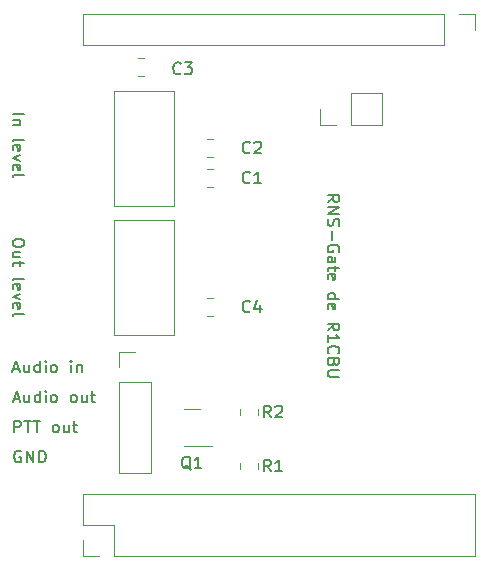
<source format=gto>
G04 #@! TF.GenerationSoftware,KiCad,Pcbnew,6.0.11*
G04 #@! TF.CreationDate,2025-10-14T23:18:51+03:00*
G04 #@! TF.ProjectId,rns-gate,726e732d-6761-4746-952e-6b696361645f,rev?*
G04 #@! TF.SameCoordinates,Original*
G04 #@! TF.FileFunction,Legend,Top*
G04 #@! TF.FilePolarity,Positive*
%FSLAX46Y46*%
G04 Gerber Fmt 4.6, Leading zero omitted, Abs format (unit mm)*
G04 Created by KiCad (PCBNEW 6.0.11) date 2025-10-14 23:18:51*
%MOMM*%
%LPD*%
G01*
G04 APERTURE LIST*
%ADD10C,0.150000*%
%ADD11C,0.120000*%
G04 APERTURE END LIST*
D10*
X164377619Y-70175809D02*
X164377619Y-70366285D01*
X164330000Y-70461523D01*
X164234761Y-70556761D01*
X164044285Y-70604380D01*
X163710952Y-70604380D01*
X163520476Y-70556761D01*
X163425238Y-70461523D01*
X163377619Y-70366285D01*
X163377619Y-70175809D01*
X163425238Y-70080571D01*
X163520476Y-69985333D01*
X163710952Y-69937714D01*
X164044285Y-69937714D01*
X164234761Y-69985333D01*
X164330000Y-70080571D01*
X164377619Y-70175809D01*
X164044285Y-71461523D02*
X163377619Y-71461523D01*
X164044285Y-71032952D02*
X163520476Y-71032952D01*
X163425238Y-71080571D01*
X163377619Y-71175809D01*
X163377619Y-71318666D01*
X163425238Y-71413904D01*
X163472857Y-71461523D01*
X164044285Y-71794857D02*
X164044285Y-72175809D01*
X164377619Y-71937714D02*
X163520476Y-71937714D01*
X163425238Y-71985333D01*
X163377619Y-72080571D01*
X163377619Y-72175809D01*
X163377619Y-73413904D02*
X163425238Y-73318666D01*
X163520476Y-73271047D01*
X164377619Y-73271047D01*
X163425238Y-74175809D02*
X163377619Y-74080571D01*
X163377619Y-73890095D01*
X163425238Y-73794857D01*
X163520476Y-73747238D01*
X163901428Y-73747238D01*
X163996666Y-73794857D01*
X164044285Y-73890095D01*
X164044285Y-74080571D01*
X163996666Y-74175809D01*
X163901428Y-74223428D01*
X163806190Y-74223428D01*
X163710952Y-73747238D01*
X164044285Y-74556761D02*
X163377619Y-74794857D01*
X164044285Y-75032952D01*
X163425238Y-75794857D02*
X163377619Y-75699619D01*
X163377619Y-75509142D01*
X163425238Y-75413904D01*
X163520476Y-75366285D01*
X163901428Y-75366285D01*
X163996666Y-75413904D01*
X164044285Y-75509142D01*
X164044285Y-75699619D01*
X163996666Y-75794857D01*
X163901428Y-75842476D01*
X163806190Y-75842476D01*
X163710952Y-75366285D01*
X163377619Y-76413904D02*
X163425238Y-76318666D01*
X163520476Y-76271047D01*
X164377619Y-76271047D01*
X163377619Y-59380761D02*
X164377619Y-59380761D01*
X164044285Y-59856952D02*
X163377619Y-59856952D01*
X163949047Y-59856952D02*
X163996666Y-59904571D01*
X164044285Y-59999809D01*
X164044285Y-60142666D01*
X163996666Y-60237904D01*
X163901428Y-60285523D01*
X163377619Y-60285523D01*
X163377619Y-61666476D02*
X163425238Y-61571238D01*
X163520476Y-61523619D01*
X164377619Y-61523619D01*
X163425238Y-62428380D02*
X163377619Y-62333142D01*
X163377619Y-62142666D01*
X163425238Y-62047428D01*
X163520476Y-61999809D01*
X163901428Y-61999809D01*
X163996666Y-62047428D01*
X164044285Y-62142666D01*
X164044285Y-62333142D01*
X163996666Y-62428380D01*
X163901428Y-62476000D01*
X163806190Y-62476000D01*
X163710952Y-61999809D01*
X164044285Y-62809333D02*
X163377619Y-63047428D01*
X164044285Y-63285523D01*
X163425238Y-64047428D02*
X163377619Y-63952190D01*
X163377619Y-63761714D01*
X163425238Y-63666476D01*
X163520476Y-63618857D01*
X163901428Y-63618857D01*
X163996666Y-63666476D01*
X164044285Y-63761714D01*
X164044285Y-63952190D01*
X163996666Y-64047428D01*
X163901428Y-64095047D01*
X163806190Y-64095047D01*
X163710952Y-63618857D01*
X163377619Y-64666476D02*
X163425238Y-64571238D01*
X163520476Y-64523619D01*
X164377619Y-64523619D01*
X164084095Y-87892000D02*
X163988857Y-87844380D01*
X163846000Y-87844380D01*
X163703142Y-87892000D01*
X163607904Y-87987238D01*
X163560285Y-88082476D01*
X163512666Y-88272952D01*
X163512666Y-88415809D01*
X163560285Y-88606285D01*
X163607904Y-88701523D01*
X163703142Y-88796761D01*
X163846000Y-88844380D01*
X163941238Y-88844380D01*
X164084095Y-88796761D01*
X164131714Y-88749142D01*
X164131714Y-88415809D01*
X163941238Y-88415809D01*
X164560285Y-88844380D02*
X164560285Y-87844380D01*
X165131714Y-88844380D01*
X165131714Y-87844380D01*
X165607904Y-88844380D02*
X165607904Y-87844380D01*
X165846000Y-87844380D01*
X165988857Y-87892000D01*
X166084095Y-87987238D01*
X166131714Y-88082476D01*
X166179333Y-88272952D01*
X166179333Y-88415809D01*
X166131714Y-88606285D01*
X166084095Y-88701523D01*
X165988857Y-88796761D01*
X165846000Y-88844380D01*
X165607904Y-88844380D01*
X163465238Y-80938666D02*
X163941428Y-80938666D01*
X163370000Y-81224380D02*
X163703333Y-80224380D01*
X164036666Y-81224380D01*
X164798571Y-80557714D02*
X164798571Y-81224380D01*
X164370000Y-80557714D02*
X164370000Y-81081523D01*
X164417619Y-81176761D01*
X164512857Y-81224380D01*
X164655714Y-81224380D01*
X164750952Y-81176761D01*
X164798571Y-81129142D01*
X165703333Y-81224380D02*
X165703333Y-80224380D01*
X165703333Y-81176761D02*
X165608095Y-81224380D01*
X165417619Y-81224380D01*
X165322380Y-81176761D01*
X165274761Y-81129142D01*
X165227142Y-81033904D01*
X165227142Y-80748190D01*
X165274761Y-80652952D01*
X165322380Y-80605333D01*
X165417619Y-80557714D01*
X165608095Y-80557714D01*
X165703333Y-80605333D01*
X166179523Y-81224380D02*
X166179523Y-80557714D01*
X166179523Y-80224380D02*
X166131904Y-80272000D01*
X166179523Y-80319619D01*
X166227142Y-80272000D01*
X166179523Y-80224380D01*
X166179523Y-80319619D01*
X166798571Y-81224380D02*
X166703333Y-81176761D01*
X166655714Y-81129142D01*
X166608095Y-81033904D01*
X166608095Y-80748190D01*
X166655714Y-80652952D01*
X166703333Y-80605333D01*
X166798571Y-80557714D01*
X166941428Y-80557714D01*
X167036666Y-80605333D01*
X167084285Y-80652952D01*
X167131904Y-80748190D01*
X167131904Y-81033904D01*
X167084285Y-81129142D01*
X167036666Y-81176761D01*
X166941428Y-81224380D01*
X166798571Y-81224380D01*
X168322380Y-81224380D02*
X168322380Y-80557714D01*
X168322380Y-80224380D02*
X168274761Y-80272000D01*
X168322380Y-80319619D01*
X168370000Y-80272000D01*
X168322380Y-80224380D01*
X168322380Y-80319619D01*
X168798571Y-80557714D02*
X168798571Y-81224380D01*
X168798571Y-80652952D02*
X168846190Y-80605333D01*
X168941428Y-80557714D01*
X169084285Y-80557714D01*
X169179523Y-80605333D01*
X169227142Y-80700571D01*
X169227142Y-81224380D01*
X190047619Y-66794952D02*
X190523809Y-66461619D01*
X190047619Y-66223523D02*
X191047619Y-66223523D01*
X191047619Y-66604476D01*
X191000000Y-66699714D01*
X190952380Y-66747333D01*
X190857142Y-66794952D01*
X190714285Y-66794952D01*
X190619047Y-66747333D01*
X190571428Y-66699714D01*
X190523809Y-66604476D01*
X190523809Y-66223523D01*
X190047619Y-67223523D02*
X191047619Y-67223523D01*
X190047619Y-67794952D01*
X191047619Y-67794952D01*
X190095238Y-68223523D02*
X190047619Y-68366380D01*
X190047619Y-68604476D01*
X190095238Y-68699714D01*
X190142857Y-68747333D01*
X190238095Y-68794952D01*
X190333333Y-68794952D01*
X190428571Y-68747333D01*
X190476190Y-68699714D01*
X190523809Y-68604476D01*
X190571428Y-68414000D01*
X190619047Y-68318761D01*
X190666666Y-68271142D01*
X190761904Y-68223523D01*
X190857142Y-68223523D01*
X190952380Y-68271142D01*
X191000000Y-68318761D01*
X191047619Y-68414000D01*
X191047619Y-68652095D01*
X191000000Y-68794952D01*
X190428571Y-69223523D02*
X190428571Y-69985428D01*
X191000000Y-70985428D02*
X191047619Y-70890190D01*
X191047619Y-70747333D01*
X191000000Y-70604476D01*
X190904761Y-70509238D01*
X190809523Y-70461619D01*
X190619047Y-70414000D01*
X190476190Y-70414000D01*
X190285714Y-70461619D01*
X190190476Y-70509238D01*
X190095238Y-70604476D01*
X190047619Y-70747333D01*
X190047619Y-70842571D01*
X190095238Y-70985428D01*
X190142857Y-71033047D01*
X190476190Y-71033047D01*
X190476190Y-70842571D01*
X190047619Y-71890190D02*
X190571428Y-71890190D01*
X190666666Y-71842571D01*
X190714285Y-71747333D01*
X190714285Y-71556857D01*
X190666666Y-71461619D01*
X190095238Y-71890190D02*
X190047619Y-71794952D01*
X190047619Y-71556857D01*
X190095238Y-71461619D01*
X190190476Y-71414000D01*
X190285714Y-71414000D01*
X190380952Y-71461619D01*
X190428571Y-71556857D01*
X190428571Y-71794952D01*
X190476190Y-71890190D01*
X190714285Y-72223523D02*
X190714285Y-72604476D01*
X191047619Y-72366380D02*
X190190476Y-72366380D01*
X190095238Y-72414000D01*
X190047619Y-72509238D01*
X190047619Y-72604476D01*
X190095238Y-73318761D02*
X190047619Y-73223523D01*
X190047619Y-73033047D01*
X190095238Y-72937809D01*
X190190476Y-72890190D01*
X190571428Y-72890190D01*
X190666666Y-72937809D01*
X190714285Y-73033047D01*
X190714285Y-73223523D01*
X190666666Y-73318761D01*
X190571428Y-73366380D01*
X190476190Y-73366380D01*
X190380952Y-72890190D01*
X190047619Y-74985428D02*
X191047619Y-74985428D01*
X190095238Y-74985428D02*
X190047619Y-74890190D01*
X190047619Y-74699714D01*
X190095238Y-74604476D01*
X190142857Y-74556857D01*
X190238095Y-74509238D01*
X190523809Y-74509238D01*
X190619047Y-74556857D01*
X190666666Y-74604476D01*
X190714285Y-74699714D01*
X190714285Y-74890190D01*
X190666666Y-74985428D01*
X190095238Y-75842571D02*
X190047619Y-75747333D01*
X190047619Y-75556857D01*
X190095238Y-75461619D01*
X190190476Y-75414000D01*
X190571428Y-75414000D01*
X190666666Y-75461619D01*
X190714285Y-75556857D01*
X190714285Y-75747333D01*
X190666666Y-75842571D01*
X190571428Y-75890190D01*
X190476190Y-75890190D01*
X190380952Y-75414000D01*
X190047619Y-77652095D02*
X190523809Y-77318761D01*
X190047619Y-77080666D02*
X191047619Y-77080666D01*
X191047619Y-77461619D01*
X191000000Y-77556857D01*
X190952380Y-77604476D01*
X190857142Y-77652095D01*
X190714285Y-77652095D01*
X190619047Y-77604476D01*
X190571428Y-77556857D01*
X190523809Y-77461619D01*
X190523809Y-77080666D01*
X190047619Y-78604476D02*
X190047619Y-78033047D01*
X190047619Y-78318761D02*
X191047619Y-78318761D01*
X190904761Y-78223523D01*
X190809523Y-78128285D01*
X190761904Y-78033047D01*
X190142857Y-79604476D02*
X190095238Y-79556857D01*
X190047619Y-79414000D01*
X190047619Y-79318761D01*
X190095238Y-79175904D01*
X190190476Y-79080666D01*
X190285714Y-79033047D01*
X190476190Y-78985428D01*
X190619047Y-78985428D01*
X190809523Y-79033047D01*
X190904761Y-79080666D01*
X191000000Y-79175904D01*
X191047619Y-79318761D01*
X191047619Y-79414000D01*
X191000000Y-79556857D01*
X190952380Y-79604476D01*
X190571428Y-80366380D02*
X190523809Y-80509238D01*
X190476190Y-80556857D01*
X190380952Y-80604476D01*
X190238095Y-80604476D01*
X190142857Y-80556857D01*
X190095238Y-80509238D01*
X190047619Y-80414000D01*
X190047619Y-80033047D01*
X191047619Y-80033047D01*
X191047619Y-80366380D01*
X191000000Y-80461619D01*
X190952380Y-80509238D01*
X190857142Y-80556857D01*
X190761904Y-80556857D01*
X190666666Y-80509238D01*
X190619047Y-80461619D01*
X190571428Y-80366380D01*
X190571428Y-80033047D01*
X191047619Y-81033047D02*
X190238095Y-81033047D01*
X190142857Y-81080666D01*
X190095238Y-81128285D01*
X190047619Y-81223523D01*
X190047619Y-81414000D01*
X190095238Y-81509238D01*
X190142857Y-81556857D01*
X190238095Y-81604476D01*
X191047619Y-81604476D01*
X163520761Y-86304380D02*
X163520761Y-85304380D01*
X163901714Y-85304380D01*
X163996952Y-85352000D01*
X164044571Y-85399619D01*
X164092190Y-85494857D01*
X164092190Y-85637714D01*
X164044571Y-85732952D01*
X163996952Y-85780571D01*
X163901714Y-85828190D01*
X163520761Y-85828190D01*
X164377904Y-85304380D02*
X164949333Y-85304380D01*
X164663619Y-86304380D02*
X164663619Y-85304380D01*
X165139809Y-85304380D02*
X165711238Y-85304380D01*
X165425523Y-86304380D02*
X165425523Y-85304380D01*
X166949333Y-86304380D02*
X166854095Y-86256761D01*
X166806476Y-86209142D01*
X166758857Y-86113904D01*
X166758857Y-85828190D01*
X166806476Y-85732952D01*
X166854095Y-85685333D01*
X166949333Y-85637714D01*
X167092190Y-85637714D01*
X167187428Y-85685333D01*
X167235047Y-85732952D01*
X167282666Y-85828190D01*
X167282666Y-86113904D01*
X167235047Y-86209142D01*
X167187428Y-86256761D01*
X167092190Y-86304380D01*
X166949333Y-86304380D01*
X168139809Y-85637714D02*
X168139809Y-86304380D01*
X167711238Y-85637714D02*
X167711238Y-86161523D01*
X167758857Y-86256761D01*
X167854095Y-86304380D01*
X167996952Y-86304380D01*
X168092190Y-86256761D01*
X168139809Y-86209142D01*
X168473142Y-85637714D02*
X168854095Y-85637714D01*
X168616000Y-85304380D02*
X168616000Y-86161523D01*
X168663619Y-86256761D01*
X168758857Y-86304380D01*
X168854095Y-86304380D01*
X163473238Y-83478666D02*
X163949428Y-83478666D01*
X163378000Y-83764380D02*
X163711333Y-82764380D01*
X164044666Y-83764380D01*
X164806571Y-83097714D02*
X164806571Y-83764380D01*
X164378000Y-83097714D02*
X164378000Y-83621523D01*
X164425619Y-83716761D01*
X164520857Y-83764380D01*
X164663714Y-83764380D01*
X164758952Y-83716761D01*
X164806571Y-83669142D01*
X165711333Y-83764380D02*
X165711333Y-82764380D01*
X165711333Y-83716761D02*
X165616095Y-83764380D01*
X165425619Y-83764380D01*
X165330380Y-83716761D01*
X165282761Y-83669142D01*
X165235142Y-83573904D01*
X165235142Y-83288190D01*
X165282761Y-83192952D01*
X165330380Y-83145333D01*
X165425619Y-83097714D01*
X165616095Y-83097714D01*
X165711333Y-83145333D01*
X166187523Y-83764380D02*
X166187523Y-83097714D01*
X166187523Y-82764380D02*
X166139904Y-82812000D01*
X166187523Y-82859619D01*
X166235142Y-82812000D01*
X166187523Y-82764380D01*
X166187523Y-82859619D01*
X166806571Y-83764380D02*
X166711333Y-83716761D01*
X166663714Y-83669142D01*
X166616095Y-83573904D01*
X166616095Y-83288190D01*
X166663714Y-83192952D01*
X166711333Y-83145333D01*
X166806571Y-83097714D01*
X166949428Y-83097714D01*
X167044666Y-83145333D01*
X167092285Y-83192952D01*
X167139904Y-83288190D01*
X167139904Y-83573904D01*
X167092285Y-83669142D01*
X167044666Y-83716761D01*
X166949428Y-83764380D01*
X166806571Y-83764380D01*
X168473238Y-83764380D02*
X168378000Y-83716761D01*
X168330380Y-83669142D01*
X168282761Y-83573904D01*
X168282761Y-83288190D01*
X168330380Y-83192952D01*
X168378000Y-83145333D01*
X168473238Y-83097714D01*
X168616095Y-83097714D01*
X168711333Y-83145333D01*
X168758952Y-83192952D01*
X168806571Y-83288190D01*
X168806571Y-83573904D01*
X168758952Y-83669142D01*
X168711333Y-83716761D01*
X168616095Y-83764380D01*
X168473238Y-83764380D01*
X169663714Y-83097714D02*
X169663714Y-83764380D01*
X169235142Y-83097714D02*
X169235142Y-83621523D01*
X169282761Y-83716761D01*
X169378000Y-83764380D01*
X169520857Y-83764380D01*
X169616095Y-83716761D01*
X169663714Y-83669142D01*
X169997047Y-83097714D02*
X170378000Y-83097714D01*
X170139904Y-82764380D02*
X170139904Y-83621523D01*
X170187523Y-83716761D01*
X170282761Y-83764380D01*
X170378000Y-83764380D01*
G04 #@! TO.C,R2*
X185253333Y-85034380D02*
X184920000Y-84558190D01*
X184681904Y-85034380D02*
X184681904Y-84034380D01*
X185062857Y-84034380D01*
X185158095Y-84082000D01*
X185205714Y-84129619D01*
X185253333Y-84224857D01*
X185253333Y-84367714D01*
X185205714Y-84462952D01*
X185158095Y-84510571D01*
X185062857Y-84558190D01*
X184681904Y-84558190D01*
X185634285Y-84129619D02*
X185681904Y-84082000D01*
X185777142Y-84034380D01*
X186015238Y-84034380D01*
X186110476Y-84082000D01*
X186158095Y-84129619D01*
X186205714Y-84224857D01*
X186205714Y-84320095D01*
X186158095Y-84462952D01*
X185586666Y-85034380D01*
X186205714Y-85034380D01*
G04 #@! TO.C,C4*
X183475333Y-76049142D02*
X183427714Y-76096761D01*
X183284857Y-76144380D01*
X183189619Y-76144380D01*
X183046761Y-76096761D01*
X182951523Y-76001523D01*
X182903904Y-75906285D01*
X182856285Y-75715809D01*
X182856285Y-75572952D01*
X182903904Y-75382476D01*
X182951523Y-75287238D01*
X183046761Y-75192000D01*
X183189619Y-75144380D01*
X183284857Y-75144380D01*
X183427714Y-75192000D01*
X183475333Y-75239619D01*
X184332476Y-75477714D02*
X184332476Y-76144380D01*
X184094380Y-75096761D02*
X183856285Y-75811047D01*
X184475333Y-75811047D01*
G04 #@! TO.C,C1*
X183475333Y-65127142D02*
X183427714Y-65174761D01*
X183284857Y-65222380D01*
X183189619Y-65222380D01*
X183046761Y-65174761D01*
X182951523Y-65079523D01*
X182903904Y-64984285D01*
X182856285Y-64793809D01*
X182856285Y-64650952D01*
X182903904Y-64460476D01*
X182951523Y-64365238D01*
X183046761Y-64270000D01*
X183189619Y-64222380D01*
X183284857Y-64222380D01*
X183427714Y-64270000D01*
X183475333Y-64317619D01*
X184427714Y-65222380D02*
X183856285Y-65222380D01*
X184142000Y-65222380D02*
X184142000Y-64222380D01*
X184046761Y-64365238D01*
X183951523Y-64460476D01*
X183856285Y-64508095D01*
G04 #@! TO.C,R1*
X185253333Y-89606380D02*
X184920000Y-89130190D01*
X184681904Y-89606380D02*
X184681904Y-88606380D01*
X185062857Y-88606380D01*
X185158095Y-88654000D01*
X185205714Y-88701619D01*
X185253333Y-88796857D01*
X185253333Y-88939714D01*
X185205714Y-89034952D01*
X185158095Y-89082571D01*
X185062857Y-89130190D01*
X184681904Y-89130190D01*
X186205714Y-89606380D02*
X185634285Y-89606380D01*
X185920000Y-89606380D02*
X185920000Y-88606380D01*
X185824761Y-88749238D01*
X185729523Y-88844476D01*
X185634285Y-88892095D01*
G04 #@! TO.C,C3*
X177605333Y-55881542D02*
X177557714Y-55929161D01*
X177414857Y-55976780D01*
X177319619Y-55976780D01*
X177176761Y-55929161D01*
X177081523Y-55833923D01*
X177033904Y-55738685D01*
X176986285Y-55548209D01*
X176986285Y-55405352D01*
X177033904Y-55214876D01*
X177081523Y-55119638D01*
X177176761Y-55024400D01*
X177319619Y-54976780D01*
X177414857Y-54976780D01*
X177557714Y-55024400D01*
X177605333Y-55072019D01*
X177938666Y-54976780D02*
X178557714Y-54976780D01*
X178224380Y-55357733D01*
X178367238Y-55357733D01*
X178462476Y-55405352D01*
X178510095Y-55452971D01*
X178557714Y-55548209D01*
X178557714Y-55786304D01*
X178510095Y-55881542D01*
X178462476Y-55929161D01*
X178367238Y-55976780D01*
X178081523Y-55976780D01*
X177986285Y-55929161D01*
X177938666Y-55881542D01*
G04 #@! TO.C,Q1*
X178466761Y-89447619D02*
X178371523Y-89400000D01*
X178276285Y-89304761D01*
X178133428Y-89161904D01*
X178038190Y-89114285D01*
X177942952Y-89114285D01*
X177990571Y-89352380D02*
X177895333Y-89304761D01*
X177800095Y-89209523D01*
X177752476Y-89019047D01*
X177752476Y-88685714D01*
X177800095Y-88495238D01*
X177895333Y-88400000D01*
X177990571Y-88352380D01*
X178181047Y-88352380D01*
X178276285Y-88400000D01*
X178371523Y-88495238D01*
X178419142Y-88685714D01*
X178419142Y-89019047D01*
X178371523Y-89209523D01*
X178276285Y-89304761D01*
X178181047Y-89352380D01*
X177990571Y-89352380D01*
X179371523Y-89352380D02*
X178800095Y-89352380D01*
X179085809Y-89352380D02*
X179085809Y-88352380D01*
X178990571Y-88495238D01*
X178895333Y-88590476D01*
X178800095Y-88638095D01*
G04 #@! TO.C,C2*
X183475333Y-62587142D02*
X183427714Y-62634761D01*
X183284857Y-62682380D01*
X183189619Y-62682380D01*
X183046761Y-62634761D01*
X182951523Y-62539523D01*
X182903904Y-62444285D01*
X182856285Y-62253809D01*
X182856285Y-62110952D01*
X182903904Y-61920476D01*
X182951523Y-61825238D01*
X183046761Y-61730000D01*
X183189619Y-61682380D01*
X183284857Y-61682380D01*
X183427714Y-61730000D01*
X183475333Y-61777619D01*
X183856285Y-61777619D02*
X183903904Y-61730000D01*
X183999142Y-61682380D01*
X184237238Y-61682380D01*
X184332476Y-61730000D01*
X184380095Y-61777619D01*
X184427714Y-61872857D01*
X184427714Y-61968095D01*
X184380095Y-62110952D01*
X183808666Y-62682380D01*
X184427714Y-62682380D01*
D11*
G04 #@! TO.C,J2*
X170708000Y-96740000D02*
X169378000Y-96740000D01*
X202518000Y-96740000D02*
X202518000Y-91540000D01*
X171978000Y-96740000D02*
X171978000Y-94140000D01*
X169378000Y-94140000D02*
X169378000Y-91540000D01*
X169378000Y-91540000D02*
X202518000Y-91540000D01*
X171978000Y-94140000D02*
X169378000Y-94140000D01*
X169378000Y-96740000D02*
X169378000Y-95410000D01*
X171978000Y-96740000D02*
X202518000Y-96740000D01*
G04 #@! TO.C,J1*
X199888000Y-50880000D02*
X169348000Y-50880000D01*
X169348000Y-50880000D02*
X169348000Y-53540000D01*
X199888000Y-50880000D02*
X199888000Y-53540000D01*
X199888000Y-53540000D02*
X169348000Y-53540000D01*
X201158000Y-50880000D02*
X202488000Y-50880000D01*
X202488000Y-50880000D02*
X202488000Y-52210000D01*
G04 #@! TO.C,J3*
X189419000Y-60258000D02*
X189419000Y-58928000D01*
X192019000Y-60258000D02*
X194619000Y-60258000D01*
X192019000Y-60258000D02*
X192019000Y-57598000D01*
X192019000Y-57598000D02*
X194619000Y-57598000D01*
X190749000Y-60258000D02*
X189419000Y-60258000D01*
X194619000Y-60258000D02*
X194619000Y-57598000D01*
G04 #@! TO.C,RV2*
X177028000Y-57355000D02*
X177028000Y-67125000D01*
X177028000Y-57355000D02*
X171958000Y-57355000D01*
X177028000Y-67125000D02*
X171958000Y-67125000D01*
X171958000Y-57355000D02*
X171958000Y-67125000D01*
G04 #@! TO.C,J5*
X172406000Y-82052000D02*
X172406000Y-89732000D01*
X172406000Y-80782000D02*
X172406000Y-79452000D01*
X172406000Y-89732000D02*
X175066000Y-89732000D01*
X172406000Y-82052000D02*
X175066000Y-82052000D01*
X172406000Y-79452000D02*
X173736000Y-79452000D01*
X175066000Y-82052000D02*
X175066000Y-89732000D01*
G04 #@! TO.C,R2*
X182653000Y-84354936D02*
X182653000Y-84809064D01*
X184123000Y-84354936D02*
X184123000Y-84809064D01*
G04 #@! TO.C,C4*
X179824748Y-76427000D02*
X180347252Y-76427000D01*
X179824748Y-74957000D02*
X180347252Y-74957000D01*
G04 #@! TO.C,C1*
X180347252Y-65505000D02*
X179824748Y-65505000D01*
X180347252Y-64035000D02*
X179824748Y-64035000D01*
G04 #@! TO.C,R1*
X182653000Y-88926936D02*
X182653000Y-89381064D01*
X184123000Y-88926936D02*
X184123000Y-89381064D01*
G04 #@! TO.C,RV1*
X177028000Y-68277000D02*
X171958000Y-68277000D01*
X171958000Y-68277000D02*
X171958000Y-78047000D01*
X177028000Y-78047000D02*
X171958000Y-78047000D01*
X177028000Y-68277000D02*
X177028000Y-78047000D01*
G04 #@! TO.C,C3*
X174505252Y-56107000D02*
X173982748Y-56107000D01*
X174505252Y-54637000D02*
X173982748Y-54637000D01*
G04 #@! TO.C,Q1*
X178562000Y-87412000D02*
X180237000Y-87412000D01*
X178562000Y-87412000D02*
X177912000Y-87412000D01*
X178562000Y-84292000D02*
X177912000Y-84292000D01*
X178562000Y-84292000D02*
X179212000Y-84292000D01*
G04 #@! TO.C,C2*
X179824748Y-62965000D02*
X180347252Y-62965000D01*
X179824748Y-61495000D02*
X180347252Y-61495000D01*
G04 #@! TD*
M02*

</source>
